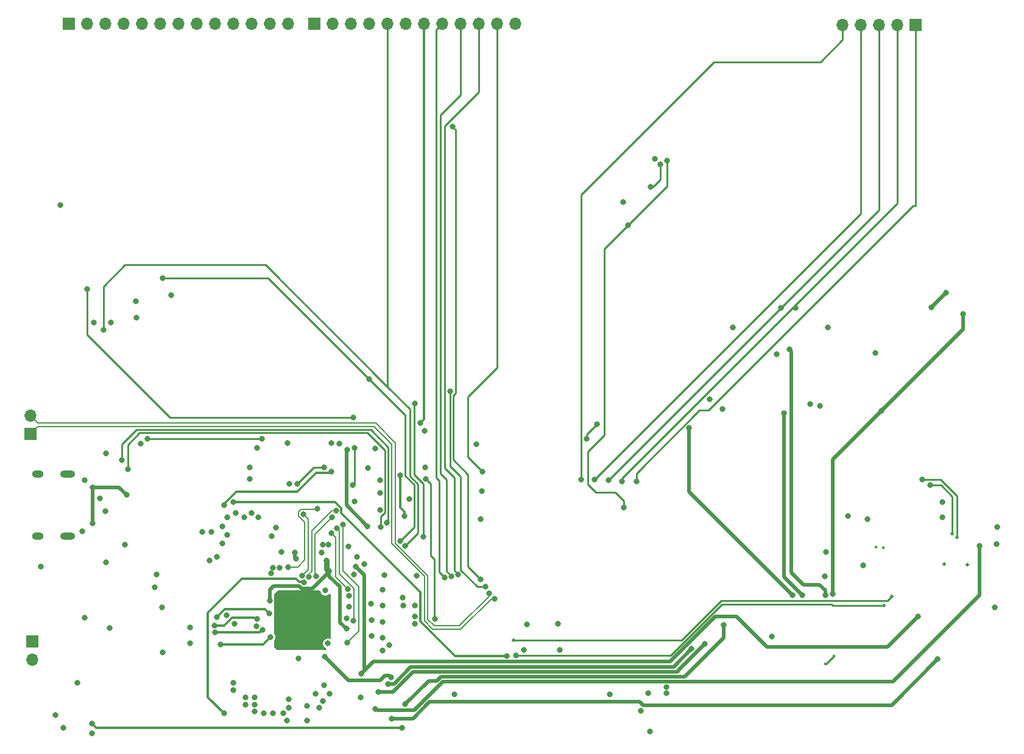
<source format=gbl>
G04 #@! TF.GenerationSoftware,KiCad,Pcbnew,7.0.9-7.0.9~ubuntu22.04.1*
G04 #@! TF.CreationDate,2024-04-13T14:40:37+02:00*
G04 #@! TF.ProjectId,v7-kaleido,76372d6b-616c-4656-9964-6f2e6b696361,1.1*
G04 #@! TF.SameCoordinates,Original*
G04 #@! TF.FileFunction,Copper,L4,Bot*
G04 #@! TF.FilePolarity,Positive*
%FSLAX46Y46*%
G04 Gerber Fmt 4.6, Leading zero omitted, Abs format (unit mm)*
G04 Created by KiCad (PCBNEW 7.0.9-7.0.9~ubuntu22.04.1) date 2024-04-13 14:40:37*
%MOMM*%
%LPD*%
G01*
G04 APERTURE LIST*
G04 #@! TA.AperFunction,ComponentPad*
%ADD10C,0.508000*%
G04 #@! TD*
G04 #@! TA.AperFunction,ComponentPad*
%ADD11R,1.700000X1.700000*%
G04 #@! TD*
G04 #@! TA.AperFunction,ComponentPad*
%ADD12O,1.700000X1.700000*%
G04 #@! TD*
G04 #@! TA.AperFunction,ComponentPad*
%ADD13O,2.100000X1.000000*%
G04 #@! TD*
G04 #@! TA.AperFunction,ComponentPad*
%ADD14O,1.600000X1.000000*%
G04 #@! TD*
G04 #@! TA.AperFunction,ViaPad*
%ADD15C,0.800000*%
G04 #@! TD*
G04 #@! TA.AperFunction,ViaPad*
%ADD16C,0.450000*%
G04 #@! TD*
G04 #@! TA.AperFunction,ViaPad*
%ADD17C,0.500000*%
G04 #@! TD*
G04 #@! TA.AperFunction,Conductor*
%ADD18C,0.500000*%
G04 #@! TD*
G04 #@! TA.AperFunction,Conductor*
%ADD19C,0.300000*%
G04 #@! TD*
G04 #@! TA.AperFunction,Conductor*
%ADD20C,0.750000*%
G04 #@! TD*
G04 #@! TA.AperFunction,Conductor*
%ADD21C,0.250000*%
G04 #@! TD*
G04 #@! TA.AperFunction,Conductor*
%ADD22C,0.200000*%
G04 #@! TD*
G04 APERTURE END LIST*
D10*
X101695300Y-131146493D03*
X101695300Y-130359093D03*
X101695300Y-129571693D03*
X101695300Y-128784293D03*
X101695300Y-127996893D03*
X100907900Y-131146493D03*
X100907900Y-130359093D03*
X100907900Y-129571693D03*
X100907900Y-128784293D03*
X100907900Y-127996893D03*
X100120500Y-131146493D03*
X100120500Y-130359093D03*
X100120500Y-129571693D03*
X100120500Y-128784293D03*
X100120500Y-127996893D03*
X99333100Y-131146493D03*
X99333100Y-130359093D03*
X99333100Y-129571693D03*
X99333100Y-128784293D03*
X99333100Y-127996893D03*
X98545700Y-131146493D03*
X98545700Y-130359093D03*
X98545700Y-129571693D03*
X98545700Y-128784293D03*
X98545700Y-127996893D03*
D11*
X62446500Y-132618693D03*
D12*
X62446500Y-135158693D03*
D11*
X62196500Y-103718693D03*
D12*
X62196500Y-101178693D03*
D11*
X185220000Y-46780000D03*
D12*
X182680000Y-46780000D03*
X180140000Y-46780000D03*
X177600000Y-46780000D03*
X175060000Y-46780000D03*
D11*
X101640000Y-46650000D03*
D12*
X104180000Y-46650000D03*
X106720000Y-46650000D03*
X109260000Y-46650000D03*
X111800000Y-46650000D03*
X114340000Y-46650000D03*
X116880000Y-46650000D03*
X119420000Y-46650000D03*
X121960000Y-46650000D03*
X124500000Y-46650000D03*
X127040000Y-46650000D03*
X129580000Y-46650000D03*
D11*
X67515000Y-46650000D03*
D12*
X70055000Y-46650000D03*
X72595000Y-46650000D03*
X75135000Y-46650000D03*
X77675000Y-46650000D03*
X80215000Y-46650000D03*
X82755000Y-46650000D03*
X85295000Y-46650000D03*
X87835000Y-46650000D03*
X90375000Y-46650000D03*
X92915000Y-46650000D03*
X95455000Y-46650000D03*
X97995000Y-46650000D03*
D13*
X67366500Y-109323693D03*
D14*
X63186500Y-109323693D03*
D13*
X67366500Y-117963693D03*
D14*
X63186500Y-117963693D03*
D15*
X170540000Y-99540000D03*
X148061529Y-139795403D03*
X104056000Y-104943693D03*
X103755499Y-139843693D03*
X111096500Y-132093693D03*
X105096500Y-105043693D03*
X69696500Y-110143693D03*
X96296500Y-116743693D03*
X72696500Y-121543693D03*
X111096500Y-127593693D03*
X106089500Y-129365693D03*
X116996500Y-103243693D03*
X102846500Y-119093693D03*
X100596500Y-143593693D03*
D16*
X179690000Y-119490000D03*
D15*
X72596500Y-114443693D03*
X196210000Y-127800000D03*
X103168500Y-125507693D03*
X63596500Y-122143693D03*
X109596500Y-129593693D03*
X93896500Y-115343693D03*
X106470500Y-127745693D03*
X124196500Y-105143693D03*
X103596500Y-119093693D03*
D17*
X192420000Y-121900000D03*
D15*
X172563000Y-123500000D03*
X75296500Y-119143693D03*
X124896500Y-111643693D03*
X113896500Y-126443693D03*
X93696500Y-105643693D03*
X111398781Y-123366052D03*
X89496500Y-115343693D03*
X65696500Y-142843693D03*
X68746500Y-138343693D03*
X135496500Y-130143693D03*
X80496500Y-127843693D03*
X66370000Y-71870000D03*
X102346500Y-141843693D03*
X89493186Y-128947792D03*
X117092000Y-108343693D03*
X92896500Y-114743693D03*
X90346500Y-138343693D03*
X156556992Y-98876992D03*
X91896500Y-115343693D03*
X79696500Y-123243693D03*
X71805082Y-112651705D03*
X112096500Y-133093693D03*
X103548243Y-132874950D03*
X90534500Y-130155693D03*
X173010000Y-88900000D03*
D17*
X189190000Y-121850000D03*
D15*
X148970000Y-65460000D03*
X188930000Y-115309000D03*
X115636500Y-130093693D03*
X103040500Y-138649693D03*
X142696500Y-139943693D03*
X115596500Y-129093693D03*
X135796500Y-133743693D03*
X97896500Y-104943693D03*
X177910000Y-122030000D03*
X88896500Y-118943693D03*
D16*
X180710000Y-119510000D03*
D15*
X108096500Y-140383693D03*
X121096500Y-139943693D03*
X93593277Y-130438096D03*
X89496500Y-117743693D03*
X101846500Y-139843693D03*
X111096500Y-129843693D03*
X87346500Y-117343693D03*
X90346500Y-139343693D03*
X179580000Y-92410000D03*
X66746500Y-144593693D03*
X99463781Y-134928356D03*
X165883008Y-92583008D03*
X84346500Y-132843693D03*
X144540000Y-71490000D03*
X148296500Y-145143693D03*
X196430000Y-119023000D03*
X175830000Y-115135000D03*
X80596500Y-134093693D03*
X77496500Y-105043693D03*
X95696500Y-117943693D03*
X102846500Y-140843693D03*
X99096500Y-121093693D03*
X102700500Y-120239693D03*
X107596500Y-120843693D03*
X90696500Y-114743693D03*
X188930000Y-113209000D03*
X130796500Y-133743693D03*
X72696500Y-106443693D03*
X70746500Y-145343693D03*
X110802000Y-114277708D03*
X69396500Y-117243693D03*
X172780000Y-120160000D03*
X76810000Y-85210000D03*
X196530000Y-116623000D03*
X97112034Y-120109227D03*
X115896500Y-123443693D03*
X98950500Y-120239693D03*
X159800000Y-88900000D03*
X79496500Y-125043693D03*
X88896500Y-116543693D03*
X69696500Y-129243693D03*
X97846500Y-143593693D03*
X86096500Y-117343693D03*
X109596500Y-131843693D03*
X111096500Y-125343693D03*
X131196500Y-130243693D03*
X73196500Y-130743693D03*
X109480000Y-127343693D03*
X84346500Y-130593693D03*
X106396500Y-119343693D03*
X111096500Y-133843693D03*
X165250000Y-131930000D03*
X95548500Y-131984693D03*
X88596500Y-133007691D03*
X188300000Y-135060000D03*
X112410000Y-143290000D03*
X158542922Y-130322922D03*
X88096500Y-129183695D03*
X95373246Y-128680722D03*
X114296500Y-141340000D03*
X154069310Y-133635000D03*
X111862622Y-138518814D03*
X194120000Y-119280000D03*
X89096500Y-142593693D03*
X100220490Y-124364693D03*
X110121992Y-141941992D03*
X128381228Y-134575066D03*
X90425135Y-113163763D03*
X178540000Y-115580000D03*
X98160000Y-110680000D03*
X108180000Y-137080000D03*
X107380000Y-122130000D03*
X185540000Y-129100000D03*
X99296500Y-110643693D03*
X102996500Y-108343693D03*
X74896500Y-107343693D03*
X111696500Y-116043693D03*
X75696500Y-108643693D03*
X110896500Y-116643693D03*
X110545395Y-139593693D03*
X155947922Y-132917922D03*
X70796500Y-111143693D03*
X75562837Y-112210030D03*
X70796500Y-116143693D03*
X70730440Y-144008136D03*
X113836500Y-144643693D03*
X186180000Y-110060000D03*
D17*
X190950000Y-118120000D03*
D15*
X103346500Y-121343693D03*
X106089500Y-130841693D03*
X95422757Y-126903436D03*
X103636500Y-122794693D03*
X70050000Y-83570000D03*
X107096500Y-101443693D03*
X104694807Y-114345386D03*
X107196500Y-105643693D03*
X100924161Y-123571352D03*
X106996500Y-110843693D03*
X78470000Y-104360000D03*
X139505000Y-104362699D03*
X140970000Y-102390000D03*
X101891748Y-123536440D03*
X94380000Y-104360000D03*
X104096500Y-115343693D03*
X102096500Y-114143693D03*
X98024294Y-122216930D03*
X105610156Y-116335158D03*
X106196500Y-132743693D03*
X125396500Y-124943693D03*
X120500000Y-97750000D03*
X115638557Y-99510000D03*
X116796500Y-118043693D03*
X107064129Y-129685937D03*
X104796500Y-116843693D03*
X103996500Y-117543693D03*
X106293592Y-125329363D03*
X99972856Y-123437697D03*
X100096500Y-114843693D03*
X108596500Y-121843693D03*
X106484444Y-126269693D03*
X100596500Y-141593693D03*
X95846500Y-122343693D03*
X92096500Y-140343693D03*
X107188759Y-123290140D03*
X94596500Y-142593693D03*
X93346500Y-142343693D03*
X106196500Y-105943693D03*
X95596500Y-123093693D03*
X108996500Y-116543693D03*
X93346500Y-140343693D03*
X158370000Y-100210000D03*
X97346500Y-142593693D03*
X93346500Y-141343693D03*
X171950000Y-99840000D03*
X98096500Y-141843693D03*
X87096500Y-121343693D03*
X96846500Y-122343693D03*
X88096500Y-120843693D03*
X92096500Y-141343693D03*
X98096500Y-140593693D03*
X95846500Y-142593693D03*
X113996500Y-127543693D03*
X103041500Y-134676693D03*
X112332870Y-137580000D03*
X92696500Y-108343693D03*
X92696500Y-109943693D03*
X148400000Y-69330000D03*
X124781000Y-115590000D03*
X110796500Y-111943693D03*
X110802000Y-110143693D03*
X150574097Y-139790000D03*
X81735000Y-84430000D03*
X115596500Y-127543693D03*
X107196500Y-113143693D03*
X114812000Y-112743693D03*
X109131000Y-108443693D03*
X146996500Y-142243693D03*
X149746990Y-66160767D03*
X110096500Y-105743693D03*
X150596500Y-138943693D03*
X187390000Y-86100000D03*
X166940000Y-100810000D03*
X189470000Y-84050000D03*
X169460000Y-126110000D03*
X126667732Y-126614925D03*
X125925268Y-125872461D03*
X80550000Y-82060000D03*
X109260000Y-96090000D03*
X113556000Y-118643693D03*
X114269737Y-119284961D03*
X72360000Y-89220000D03*
X124796500Y-123943693D03*
X120830000Y-60980000D03*
X119777470Y-123700645D03*
X120713235Y-123488543D03*
X121645234Y-123260457D03*
X124996500Y-108943693D03*
X117096500Y-109943693D03*
X118396500Y-129434193D03*
X89096500Y-113643693D03*
X114196500Y-115128193D03*
X103996500Y-108943693D03*
X116376500Y-102218193D03*
X113596500Y-109443693D03*
X187210000Y-110860000D03*
D17*
X190320000Y-117620000D03*
D16*
X172710000Y-135690000D03*
X173850000Y-134590000D03*
D15*
X153700000Y-102840000D03*
X168140000Y-126150000D03*
X145287961Y-74657963D03*
X144640000Y-113940000D03*
X150700000Y-65720000D03*
D17*
X129360000Y-132450000D03*
X181950000Y-126290000D03*
D15*
X129690366Y-134541013D03*
D17*
X180825000Y-127600000D03*
D15*
X93697500Y-129444693D03*
X87725776Y-130391312D03*
X87846500Y-131343693D03*
X94411205Y-130940687D03*
X168510000Y-86150000D03*
X144440000Y-110310000D03*
X142540000Y-110160000D03*
X166540000Y-86150000D03*
X140570000Y-110080000D03*
X73360000Y-88210000D03*
X76910000Y-87530000D03*
X138730000Y-110080000D03*
X172660000Y-126170000D03*
X167660000Y-91930000D03*
X191840000Y-87050000D03*
X173690000Y-126010000D03*
X180470000Y-100520000D03*
X146410000Y-110270000D03*
X71000000Y-88180000D03*
D18*
X98950500Y-120947693D02*
X99096500Y-121093693D01*
X98950500Y-120239693D02*
X98950500Y-120947693D01*
D19*
X94525502Y-133007691D02*
X95548500Y-131984693D01*
D18*
X147390000Y-141460000D02*
X146890000Y-140960000D01*
X181640000Y-141460000D02*
X181900000Y-141460000D01*
X181900000Y-141460000D02*
X188300000Y-135060000D01*
D19*
X88596500Y-133007691D02*
X94525502Y-133007691D01*
D18*
X117650000Y-140960000D02*
X115320000Y-143290000D01*
X181640000Y-141460000D02*
X147390000Y-141460000D01*
X115320000Y-143290000D02*
X112410000Y-143290000D01*
X146890000Y-140960000D02*
X117650000Y-140960000D01*
X118682927Y-138043693D02*
X117592807Y-138043693D01*
X119276620Y-137450000D02*
X118682927Y-138043693D01*
D19*
X89186502Y-128093693D02*
X94786217Y-128093693D01*
D18*
X158542922Y-130322922D02*
X158542922Y-132067078D01*
X117592807Y-138043693D02*
X114296500Y-141340000D01*
D19*
X94786217Y-128093693D02*
X95373246Y-128680722D01*
D18*
X153160000Y-137450000D02*
X119276620Y-137450000D01*
X158542922Y-132067078D02*
X153160000Y-137450000D01*
D19*
X88096500Y-129183695D02*
X89186502Y-128093693D01*
D18*
X115055663Y-136130000D02*
X151574310Y-136130000D01*
X111862622Y-138518814D02*
X111901436Y-138480000D01*
X111901436Y-138480000D02*
X112705663Y-138480000D01*
X151574310Y-136130000D02*
X154069310Y-133635000D01*
X112705663Y-138480000D02*
X115055663Y-136130000D01*
X194120000Y-126110000D02*
X194120000Y-119280000D01*
D19*
X86846500Y-128593693D02*
X86846500Y-140343693D01*
D18*
X119526307Y-138133693D02*
X182096307Y-138133693D01*
D19*
X99565490Y-124312683D02*
X99096500Y-123843693D01*
X100220490Y-124364693D02*
X100168480Y-124312683D01*
D18*
X110336992Y-142156992D02*
X115503008Y-142156992D01*
D19*
X91596500Y-123843693D02*
X99096500Y-123843693D01*
D18*
X110121992Y-141941992D02*
X110336992Y-142156992D01*
X182096307Y-138133693D02*
X194120000Y-126110000D01*
X115503008Y-142156992D02*
X119526307Y-138133693D01*
D19*
X91596500Y-123843693D02*
X86846500Y-128593693D01*
X100168480Y-124312683D02*
X99565490Y-124312683D01*
X86846500Y-140343693D02*
X89096500Y-142593693D01*
X105404807Y-114051294D02*
X104517276Y-113163763D01*
X105404807Y-114752000D02*
X105404807Y-114051294D01*
X121227026Y-134575066D02*
X116396500Y-129744540D01*
X128381228Y-134575066D02*
X121227026Y-134575066D01*
X104517276Y-113163763D02*
X90425135Y-113163763D01*
X116396500Y-129744540D02*
X116396500Y-125743693D01*
X116396500Y-125743693D02*
X105404807Y-114752000D01*
D18*
X181330000Y-133310000D02*
X185540000Y-129100000D01*
X160330000Y-129100000D02*
X164540000Y-133310000D01*
X151094934Y-135385066D02*
X157380000Y-129100000D01*
X108580000Y-136680000D02*
X109874934Y-135385066D01*
X108580000Y-123330000D02*
X108580000Y-136680000D01*
X109874934Y-135385066D02*
X151094934Y-135385066D01*
X107380000Y-122130000D02*
X108580000Y-123330000D01*
X108580000Y-136680000D02*
X108180000Y-137080000D01*
X157380000Y-129100000D02*
X160330000Y-129100000D01*
D20*
X107380000Y-122130000D02*
X107420000Y-122130000D01*
D18*
X164540000Y-133310000D02*
X181330000Y-133310000D01*
D21*
X102996500Y-108343693D02*
X101596500Y-108343693D01*
X101596500Y-108343693D02*
X99296500Y-110643693D01*
X111896500Y-105543693D02*
X111896500Y-115843693D01*
X74896500Y-105143693D02*
X76896500Y-103143693D01*
X111896500Y-115843693D02*
X111696500Y-116043693D01*
X76896500Y-103143693D02*
X109496500Y-103143693D01*
X109496500Y-103143693D02*
X111896500Y-105543693D01*
X74896500Y-107343693D02*
X74896500Y-105143693D01*
X75696500Y-105243693D02*
X75696500Y-108643693D01*
X111486500Y-106033693D02*
X109006500Y-103553693D01*
X110896500Y-115243693D02*
X111486500Y-114653693D01*
X111486500Y-114653693D02*
X111486500Y-106033693D01*
X109006500Y-103553693D02*
X77386500Y-103553693D01*
X110896500Y-116643693D02*
X110896500Y-115243693D01*
X77386500Y-103553693D02*
X75696500Y-105243693D01*
D18*
X110545395Y-139593693D02*
X112525350Y-139593693D01*
X152773880Y-136083880D02*
X155939839Y-132917922D01*
X112525350Y-139593693D02*
X115329043Y-136790000D01*
X155939839Y-132917922D02*
X155947922Y-132917922D01*
X115329043Y-136790000D02*
X152067760Y-136790000D01*
X152187761Y-136670000D02*
X152773880Y-136083880D01*
X152067760Y-136790000D02*
X152773880Y-136083880D01*
X74496500Y-111143693D02*
X75562837Y-112210030D01*
X70796500Y-111143693D02*
X74496500Y-111143693D01*
X70796500Y-111143693D02*
X70796500Y-116143693D01*
D19*
X113826500Y-144633693D02*
X71355997Y-144633693D01*
X113836500Y-144643693D02*
X113826500Y-144633693D01*
X71355997Y-144633693D02*
X70730440Y-144008136D01*
D21*
X190945000Y-118115000D02*
X190950000Y-118120000D01*
X186180000Y-110060000D02*
X188690000Y-110060000D01*
X188690000Y-110060000D02*
X190945000Y-112315000D01*
X190945000Y-112315000D02*
X190945000Y-118115000D01*
D18*
X105200500Y-124999693D02*
X105200500Y-129952693D01*
X95422757Y-125379436D02*
X95929500Y-124872693D01*
D20*
X103346500Y-122504693D02*
X103636500Y-122794693D01*
D18*
X99529688Y-124872693D02*
X99831689Y-125174694D01*
X103695500Y-122853693D02*
X103636500Y-122794693D01*
D20*
X103346500Y-121343693D02*
X103346500Y-122504693D01*
D18*
X95929500Y-124872693D02*
X99529688Y-124872693D01*
X95422757Y-126903436D02*
X95422757Y-125379436D01*
X103636500Y-122936495D02*
X103636500Y-122794693D01*
X103695500Y-123494693D02*
X103695500Y-122853693D01*
X105200500Y-129952693D02*
X106089500Y-130841693D01*
X103695500Y-123494693D02*
X105200500Y-124999693D01*
X101398301Y-125174694D02*
X103636500Y-122936495D01*
X99831689Y-125174694D02*
X101398301Y-125174694D01*
D22*
X104094807Y-114345386D02*
X101296500Y-117143693D01*
X101296500Y-122815854D02*
X100924161Y-123188193D01*
X101296500Y-117143693D02*
X101296500Y-122815854D01*
X104694807Y-114345386D02*
X104094807Y-114345386D01*
D21*
X107096500Y-101443693D02*
X81560000Y-101443693D01*
X70055000Y-89938693D02*
X70055000Y-83575000D01*
X107196500Y-110643693D02*
X107196500Y-105643693D01*
X81560000Y-101443693D02*
X70055000Y-89938693D01*
X106996500Y-110843693D02*
X107196500Y-110643693D01*
X70055000Y-83575000D02*
X70050000Y-83570000D01*
D22*
X100924161Y-123188193D02*
X100924161Y-123571352D01*
D21*
X139505000Y-103785000D02*
X140900000Y-102390000D01*
X140900000Y-102390000D02*
X140970000Y-102390000D01*
D22*
X101740497Y-123385189D02*
X101740497Y-117699696D01*
D21*
X94380000Y-104360000D02*
X78470000Y-104360000D01*
D22*
X101891748Y-123536440D02*
X101740497Y-123385189D01*
X101740497Y-117699696D02*
X104096500Y-115343693D01*
D21*
X139505000Y-103785000D02*
X139505000Y-104362699D01*
D22*
X100296500Y-121243693D02*
X99323263Y-122216930D01*
X99323263Y-122216930D02*
X98024294Y-122216930D01*
X99823119Y-114183693D02*
X99436500Y-114570312D01*
X102056500Y-114183693D02*
X99823119Y-114183693D01*
X100296500Y-115977074D02*
X100296500Y-121243693D01*
X102096500Y-114143693D02*
X102056500Y-114183693D01*
X99436500Y-115117074D02*
X100296500Y-115977074D01*
X99436500Y-114570312D02*
X99436500Y-115117074D01*
X105596500Y-122743693D02*
X107796500Y-124943693D01*
X105596500Y-116348814D02*
X105596500Y-122743693D01*
X105610156Y-116335158D02*
X105596500Y-116348814D01*
X107796500Y-124943693D02*
X107796500Y-131143693D01*
X107796500Y-131143693D02*
X106196500Y-132743693D01*
D21*
X120511403Y-97761403D02*
X120500000Y-97750000D01*
X120511403Y-108158596D02*
X120511403Y-99843693D01*
X124296500Y-124943693D02*
X121996500Y-122643693D01*
X121996500Y-109643693D02*
X120511403Y-108158596D01*
X121996500Y-122643693D02*
X121996500Y-109643693D01*
X120511403Y-99843693D02*
X120511403Y-97761403D01*
X125396500Y-124943693D02*
X124296500Y-124943693D01*
X116796500Y-110643693D02*
X115496500Y-109343693D01*
X116796500Y-118043693D02*
X116796500Y-110643693D01*
X115496500Y-99652057D02*
X115638557Y-99510000D01*
X115496500Y-109343693D02*
X115496500Y-99652057D01*
D22*
X105996500Y-124043693D02*
X105096500Y-123143693D01*
X105096500Y-117143693D02*
X104796500Y-116843693D01*
X107144444Y-129605622D02*
X107144444Y-125191637D01*
X105096500Y-123143693D02*
X105096500Y-117143693D01*
X107064129Y-129685937D02*
X107144444Y-129605622D01*
X107144444Y-125191637D02*
X105996500Y-124043693D01*
X103996500Y-117543693D02*
X104596500Y-118143693D01*
X104596500Y-123632271D02*
X106293592Y-125329363D01*
X104596500Y-118143693D02*
X104596500Y-123632271D01*
X100096500Y-114843693D02*
X100796500Y-115543693D01*
X100796500Y-115543693D02*
X100796500Y-122614053D01*
X100796500Y-122614053D02*
X99972856Y-123437697D01*
D18*
X106096500Y-106043693D02*
X106096500Y-113643693D01*
X106096500Y-113643693D02*
X108996500Y-116543693D01*
X106196500Y-105943693D02*
X106096500Y-106043693D01*
X111423381Y-137340000D02*
X112092870Y-137340000D01*
X103041500Y-134676693D02*
X106374807Y-138010000D01*
D21*
X148710000Y-69330000D02*
X149746990Y-68293010D01*
X149746990Y-68293010D02*
X149746990Y-66160767D01*
D18*
X110753381Y-138010000D02*
X111423381Y-137340000D01*
X106374807Y-138010000D02*
X110753381Y-138010000D01*
D21*
X148400000Y-69330000D02*
X148710000Y-69330000D01*
D18*
X112092870Y-137340000D02*
X112332870Y-137580000D01*
X189470000Y-84050000D02*
X189440000Y-84050000D01*
X169460000Y-126110000D02*
X166940000Y-123590000D01*
X189440000Y-84050000D02*
X187390000Y-86100000D01*
X166940000Y-123590000D02*
X166940000Y-100810000D01*
D22*
X109926501Y-102673694D02*
X63241499Y-102673694D01*
X116971500Y-129736893D02*
X116971500Y-123527809D01*
X118103300Y-130868693D02*
X116971500Y-129736893D01*
X112396500Y-105143693D02*
X109926501Y-102673694D01*
X121989699Y-130868693D02*
X118103300Y-130868693D01*
X112396500Y-118952809D02*
X112396500Y-105143693D01*
X116971500Y-123527809D02*
X112396500Y-118952809D01*
X126667732Y-126614925D02*
X126243467Y-126614925D01*
X126243467Y-126614925D02*
X121989699Y-130868693D01*
X63241499Y-102673694D02*
X62196500Y-103718693D01*
X118289700Y-130418693D02*
X117421500Y-129550493D01*
X125925268Y-126296726D02*
X121803301Y-130418693D01*
X63241499Y-102223692D02*
X62196500Y-101178693D01*
X112896500Y-104943693D02*
X110176499Y-102223692D01*
X117421500Y-123468693D02*
X112896500Y-118943693D01*
X125925268Y-125872461D02*
X125925268Y-126296726D01*
X121803301Y-130418693D02*
X118289700Y-130418693D01*
X110176499Y-102223692D02*
X63241499Y-102223692D01*
X112896500Y-118943693D02*
X112896500Y-104943693D01*
X117421500Y-129550493D02*
X117421500Y-123468693D01*
D21*
X114281500Y-101111500D02*
X114281500Y-101390000D01*
X113556000Y-118643693D02*
X115496500Y-116703193D01*
X115496500Y-116703193D02*
X115496500Y-110723521D01*
X109260000Y-96090000D02*
X95230000Y-82060000D01*
X95230000Y-82060000D02*
X80550000Y-82060000D01*
X109260000Y-96090000D02*
X114281500Y-101111500D01*
X114281500Y-109508521D02*
X114281500Y-101390000D01*
X115496500Y-110723521D02*
X114281500Y-109508521D01*
X116046500Y-117508198D02*
X116046500Y-110693693D01*
X114896500Y-100243693D02*
X111800000Y-97147193D01*
X111800000Y-97147193D02*
X94852807Y-80200000D01*
X116046500Y-110693693D02*
X114896500Y-109543693D01*
X114269737Y-119284961D02*
X116046500Y-117508198D01*
X94852807Y-80200000D02*
X75350000Y-80200000D01*
X111800000Y-97147193D02*
X111800000Y-46650000D01*
X114896500Y-109543693D02*
X114896500Y-100243693D01*
X75350000Y-80200000D02*
X72360000Y-83190000D01*
X72360000Y-83190000D02*
X72360000Y-89220000D01*
X120930001Y-98416015D02*
X121275000Y-98071016D01*
X122996500Y-122143693D02*
X122996500Y-109343693D01*
X121275000Y-98071016D02*
X121275000Y-61425000D01*
X122996500Y-109343693D02*
X120930001Y-107277194D01*
X121275000Y-61425000D02*
X120830000Y-60980000D01*
X124796500Y-123943693D02*
X122996500Y-122143693D01*
X120930001Y-107277194D02*
X120930001Y-98416015D01*
X118996500Y-122919675D02*
X118996500Y-110243693D01*
X118570000Y-47500000D02*
X119420000Y-46650000D01*
X119777470Y-123700645D02*
X118996500Y-122919675D01*
X118570000Y-109817193D02*
X118570000Y-47500000D01*
X118996500Y-110243693D02*
X118570000Y-109817193D01*
X121960000Y-56550000D02*
X119186500Y-59323500D01*
X119186500Y-59323500D02*
X119186500Y-109233693D01*
X120713235Y-123488543D02*
X119996500Y-122771808D01*
X121960000Y-46650000D02*
X121960000Y-56550000D01*
X119996500Y-110043693D02*
X119186500Y-109233693D01*
X119996500Y-122771808D02*
X119996500Y-110043693D01*
X121645234Y-123260457D02*
X121096500Y-122711723D01*
X121096500Y-122711723D02*
X121096500Y-109843693D01*
X124500000Y-56106500D02*
X119736403Y-60870097D01*
X124500000Y-46650000D02*
X124500000Y-56106500D01*
X121096500Y-109843693D02*
X119736403Y-108483597D01*
X119736403Y-60870097D02*
X119736403Y-108483597D01*
X127040000Y-94500193D02*
X127040000Y-46650000D01*
X122996500Y-98543693D02*
X127040000Y-94500193D01*
X122996500Y-106943693D02*
X122996500Y-98543693D01*
X124996500Y-108943693D02*
X122996500Y-106943693D01*
X118296500Y-129334193D02*
X118396500Y-129434193D01*
X117796500Y-120643693D02*
X118296500Y-121143693D01*
X117096500Y-109943693D02*
X117796500Y-110643693D01*
X117796500Y-110643693D02*
X117796500Y-120643693D01*
X118296500Y-121143693D02*
X118296500Y-129334193D01*
D19*
X114196500Y-115128193D02*
X114196500Y-114543693D01*
X116376500Y-102218193D02*
X116880000Y-101714693D01*
X90796500Y-111743693D02*
X89096500Y-113443693D01*
X103796500Y-109143693D02*
X101896500Y-109143693D01*
X103996500Y-108943693D02*
X103796500Y-109143693D01*
X116880000Y-101714693D02*
X116880000Y-46650000D01*
X101896500Y-109143693D02*
X99296500Y-111743693D01*
X114196500Y-114543693D02*
X113596500Y-113943693D01*
X116376500Y-102218193D02*
X116336500Y-102178193D01*
X113596500Y-113943693D02*
X113596500Y-109443693D01*
X89096500Y-113443693D02*
X89096500Y-113643693D01*
X99296500Y-111743693D02*
X90796500Y-111743693D01*
D21*
X188780000Y-110860000D02*
X190320000Y-112400000D01*
X187210000Y-110860000D02*
X188780000Y-110860000D01*
X190320000Y-117620000D02*
X190320000Y-112400000D01*
X172710000Y-135690000D02*
X172750000Y-135690000D01*
X172750000Y-135690000D02*
X173850000Y-134590000D01*
D18*
X153700000Y-111710000D02*
X153700000Y-102840000D01*
D21*
X168140000Y-126150000D02*
X168070000Y-126150000D01*
D18*
X168140000Y-126150000D02*
X167090000Y-125100000D01*
X167090000Y-125100000D02*
X153700000Y-111710000D01*
D21*
X140770000Y-111830000D02*
X139690000Y-110750000D01*
X145287961Y-74657963D02*
X150700000Y-69245924D01*
X139690000Y-110750000D02*
X139690000Y-106170000D01*
X144640000Y-113940000D02*
X144640000Y-113030000D01*
X141980000Y-77965924D02*
X145287961Y-74657963D01*
X139690000Y-106170000D02*
X141980000Y-103880000D01*
X141980000Y-103880000D02*
X141980000Y-77965924D01*
X143440000Y-111830000D02*
X140770000Y-111830000D01*
X144640000Y-113030000D02*
X143440000Y-111830000D01*
X150700000Y-69245924D02*
X150700000Y-65720000D01*
X129360000Y-132450000D02*
X152693568Y-132450000D01*
X158203568Y-126940000D02*
X181300000Y-126940000D01*
X181300000Y-126940000D02*
X181950000Y-126290000D01*
X152693568Y-132450000D02*
X158203568Y-126940000D01*
X173521016Y-127425000D02*
X173696016Y-127600000D01*
X158298396Y-127425000D02*
X173521016Y-127425000D01*
X129690366Y-134541013D02*
X151182383Y-134541013D01*
X173696016Y-127600000D02*
X180825000Y-127600000D01*
X151182383Y-134541013D02*
X158298396Y-127425000D01*
D19*
X87725776Y-130391312D02*
X89100468Y-130391312D01*
X93291400Y-129288593D02*
X93447500Y-129444693D01*
X93447500Y-129444693D02*
X93697500Y-129444693D01*
X90203187Y-129288593D02*
X93291400Y-129288593D01*
X89100468Y-130391312D02*
X90203187Y-129288593D01*
X94008199Y-131343693D02*
X94411205Y-130940687D01*
X87846500Y-131343693D02*
X94008199Y-131343693D01*
D21*
X182680000Y-46750000D02*
X182680000Y-71657968D01*
X182680000Y-71657968D02*
X144440000Y-109897968D01*
X144440000Y-109897968D02*
X144440000Y-110310000D01*
X180140000Y-46750000D02*
X180140000Y-72560000D01*
X180140000Y-72560000D02*
X142540000Y-110160000D01*
X177600000Y-73050000D02*
X140570000Y-110080000D01*
X177600000Y-46750000D02*
X177600000Y-73050000D01*
X157190047Y-51969953D02*
X171970047Y-51969953D01*
X138730000Y-110080000D02*
X138730000Y-70430000D01*
X175060000Y-48880000D02*
X175060000Y-46750000D01*
X138730000Y-70430000D02*
X157190047Y-51969953D01*
X171970047Y-51969953D02*
X175060000Y-48880000D01*
D18*
X167970000Y-123000000D02*
X169640000Y-124670000D01*
X167660000Y-91930000D02*
X167970000Y-92240000D01*
X169640000Y-124670000D02*
X171860000Y-124670000D01*
X172660000Y-126170000D02*
X172660000Y-125470000D01*
X167970000Y-92240000D02*
X167970000Y-123000000D01*
X171860000Y-124670000D02*
X172660000Y-125470000D01*
X180470000Y-100520000D02*
X191840000Y-89150000D01*
X191840000Y-89150000D02*
X191840000Y-87050000D01*
X180470000Y-100520000D02*
X173690000Y-107300000D01*
X173690000Y-107300000D02*
X173690000Y-126010000D01*
D21*
X156420000Y-100410000D02*
X155183891Y-100410000D01*
X184850000Y-71980000D02*
X156750000Y-100080000D01*
X156750000Y-100080000D02*
X156420000Y-100410000D01*
X146410000Y-109183891D02*
X146410000Y-110270000D01*
X185220000Y-71980000D02*
X184850000Y-71980000D01*
X155183891Y-100410000D02*
X146410000Y-109183891D01*
X185220000Y-46780000D02*
X185220000Y-71980000D01*
G04 #@! TA.AperFunction,Conductor*
G36*
X102419350Y-125527695D02*
G01*
X102465843Y-125581351D01*
X102476310Y-125618506D01*
X102483359Y-125676564D01*
X102543679Y-125835618D01*
X102543681Y-125835622D01*
X102607575Y-125928187D01*
X102640317Y-125975622D01*
X102767648Y-126088427D01*
X102918275Y-126167483D01*
X102918276Y-126167483D01*
X102918278Y-126167484D01*
X103074961Y-126206102D01*
X103083444Y-126208193D01*
X103083447Y-126208193D01*
X103253553Y-126208193D01*
X103253556Y-126208193D01*
X103418725Y-126167483D01*
X103569352Y-126088427D01*
X103696683Y-125975622D01*
X103696686Y-125975616D01*
X103701740Y-125969914D01*
X103704017Y-125971931D01*
X103748249Y-125936027D01*
X103818812Y-125928187D01*
X103882411Y-125959741D01*
X103885976Y-125963169D01*
X103893595Y-125970788D01*
X103927621Y-126033100D01*
X103930500Y-126059883D01*
X103930500Y-132086875D01*
X103910498Y-132154996D01*
X103856842Y-132201489D01*
X103786568Y-132211593D01*
X103774347Y-132209214D01*
X103633302Y-132174450D01*
X103633299Y-132174450D01*
X103463187Y-132174450D01*
X103463183Y-132174450D01*
X103298021Y-132215158D01*
X103298017Y-132215160D01*
X103147391Y-132294215D01*
X103147385Y-132294220D01*
X103020061Y-132407019D01*
X103020059Y-132407021D01*
X102923424Y-132547020D01*
X102923422Y-132547024D01*
X102863102Y-132706078D01*
X102842598Y-132874947D01*
X102842598Y-132874952D01*
X102863102Y-133043821D01*
X102923422Y-133202875D01*
X102923424Y-133202879D01*
X102923425Y-133202880D01*
X103020060Y-133342879D01*
X103147391Y-133455684D01*
X103279701Y-133525126D01*
X103330723Y-133574494D01*
X103346955Y-133643610D01*
X103323243Y-133710530D01*
X103267116Y-133754007D01*
X103221145Y-133762693D01*
X96608690Y-133762693D01*
X96540569Y-133742691D01*
X96519595Y-133725788D01*
X96093405Y-133299598D01*
X96059379Y-133237286D01*
X96056500Y-133210503D01*
X96056500Y-132521125D01*
X96076502Y-132453004D01*
X96078804Y-132449549D01*
X96108159Y-132407021D01*
X96173318Y-132312623D01*
X96233640Y-132153565D01*
X96254145Y-131984693D01*
X96233640Y-131815821D01*
X96173318Y-131656763D01*
X96078804Y-131519836D01*
X96056568Y-131452411D01*
X96056500Y-131448260D01*
X96056500Y-128872546D01*
X96058362Y-128857268D01*
X96057468Y-128857160D01*
X96078891Y-128680724D01*
X96078891Y-128680719D01*
X96057468Y-128504286D01*
X96058353Y-128504178D01*
X96056500Y-128488899D01*
X96056500Y-126059883D01*
X96076502Y-125991762D01*
X96093405Y-125970788D01*
X96519595Y-125544598D01*
X96581907Y-125510572D01*
X96608690Y-125507693D01*
X102351229Y-125507693D01*
X102419350Y-125527695D01*
G37*
G04 #@! TD.AperFunction*
M02*

</source>
